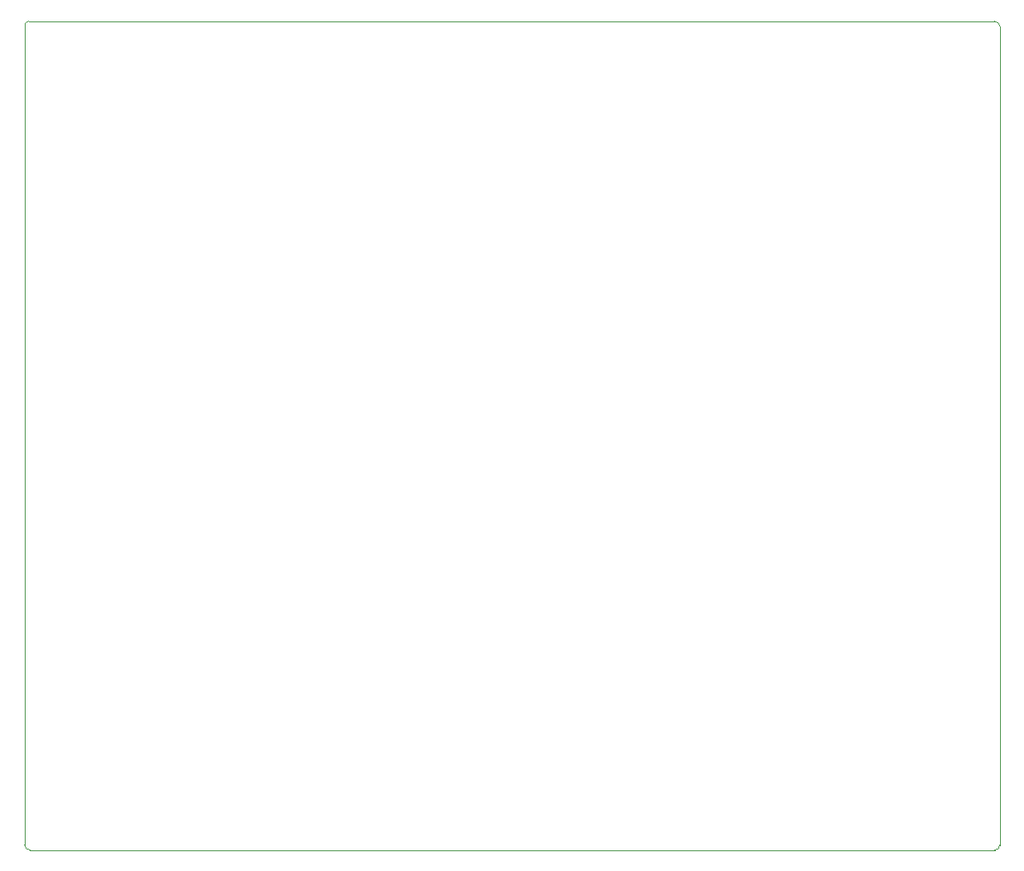
<source format=gbr>
G04 #@! TF.GenerationSoftware,KiCad,Pcbnew,5.1.2*
G04 #@! TF.CreationDate,2019-06-16T23:28:02-05:00*
G04 #@! TF.ProjectId,SM16106,534d3136-3130-4362-9e6b-696361645f70,rev?*
G04 #@! TF.SameCoordinates,Original*
G04 #@! TF.FileFunction,Profile,NP*
%FSLAX46Y46*%
G04 Gerber Fmt 4.6, Leading zero omitted, Abs format (unit mm)*
G04 Created by KiCad (PCBNEW 5.1.2) date 2019-06-16 23:28:02*
%MOMM*%
%LPD*%
G04 APERTURE LIST*
%ADD10C,0.050000*%
G04 APERTURE END LIST*
D10*
X230400000Y-113100000D02*
G75*
G02X229900000Y-113600000I-500000J0D01*
G01*
X229850000Y-28600000D02*
G75*
G02X230400000Y-29150000I0J-550000D01*
G01*
X130500000Y-29050000D02*
G75*
G02X130950000Y-28600000I450000J0D01*
G01*
X131050000Y-113600000D02*
G75*
G02X130500000Y-113050000I0J550000D01*
G01*
X130500000Y-113050000D02*
X130500000Y-29050000D01*
X229900000Y-113600000D02*
X131050000Y-113600000D01*
X230400000Y-29150000D02*
X230400000Y-113100000D01*
X130950000Y-28600000D02*
X229850000Y-28600000D01*
M02*

</source>
